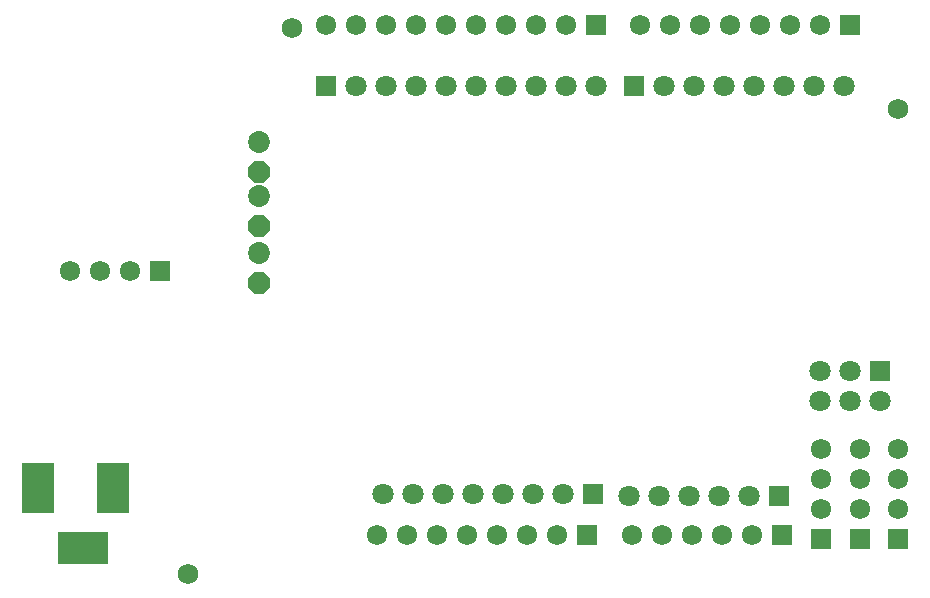
<source format=gbs>
G04*
G04 #@! TF.GenerationSoftware,Altium Limited,Altium Designer,21.2.1 (34)*
G04*
G04 Layer_Color=16711935*
%FSLAX43Y43*%
%MOMM*%
G71*
G04*
G04 #@! TF.SameCoordinates,427E456E-B420-4228-82AE-AA47295AEFF1*
G04*
G04*
G04 #@! TF.FilePolarity,Negative*
G04*
G01*
G75*
%ADD61R,4.267X2.743*%
%ADD62R,2.743X4.267*%
%ADD63R,1.803X1.803*%
%ADD64C,1.803*%
%ADD65R,1.723X1.723*%
%ADD66C,1.723*%
%ADD67P,2.007X8X112.5*%
%ADD68C,1.854*%
%ADD69R,1.723X1.723*%
%ADD70C,1.727*%
D61*
X102997Y46990D02*
D03*
D62*
X99187Y52070D02*
D03*
X105537D02*
D03*
D63*
X161925Y51435D02*
D03*
X123567Y86106D02*
D03*
X149606D02*
D03*
X170434Y61976D02*
D03*
X146177Y51562D02*
D03*
D64*
X159385Y51435D02*
D03*
X156845D02*
D03*
X154305D02*
D03*
X151765D02*
D03*
X149225D02*
D03*
X128647Y86106D02*
D03*
X146427D02*
D03*
X143887D02*
D03*
X141347D02*
D03*
X138807D02*
D03*
X136267D02*
D03*
X133727D02*
D03*
X131187D02*
D03*
X126107D02*
D03*
X152146D02*
D03*
X154686D02*
D03*
X157226D02*
D03*
X159766D02*
D03*
X162306D02*
D03*
X164846D02*
D03*
X167386D02*
D03*
X165354Y61976D02*
D03*
X167894D02*
D03*
X165354Y59436D02*
D03*
X167894D02*
D03*
X170434D02*
D03*
X128397Y51562D02*
D03*
X130937D02*
D03*
X133477D02*
D03*
X136017D02*
D03*
X138557D02*
D03*
X141097D02*
D03*
X143637D02*
D03*
D65*
X162179Y48133D02*
D03*
X167890Y91313D02*
D03*
X146431D02*
D03*
X145669Y48133D02*
D03*
X109474Y70485D02*
D03*
D66*
X159639Y48133D02*
D03*
X157099D02*
D03*
X154559D02*
D03*
X152019D02*
D03*
X149479D02*
D03*
X165350Y91313D02*
D03*
X162810D02*
D03*
X160270D02*
D03*
X157730D02*
D03*
X155190D02*
D03*
X152650D02*
D03*
X150110D02*
D03*
X143891D02*
D03*
X138811D02*
D03*
X136271D02*
D03*
X133731D02*
D03*
X131191D02*
D03*
X128651D02*
D03*
X126111D02*
D03*
X123571D02*
D03*
X141351D02*
D03*
X171958Y50292D02*
D03*
Y52832D02*
D03*
Y55372D02*
D03*
X168783D02*
D03*
Y52832D02*
D03*
Y50292D02*
D03*
X165481Y55372D02*
D03*
Y52832D02*
D03*
Y50292D02*
D03*
X143129Y48133D02*
D03*
X140589D02*
D03*
X138049D02*
D03*
X135509D02*
D03*
X132969D02*
D03*
X130429D02*
D03*
X127889D02*
D03*
X101854Y70485D02*
D03*
X104394D02*
D03*
X106934D02*
D03*
D67*
X117856Y78867D02*
D03*
Y74295D02*
D03*
Y69469D02*
D03*
D68*
Y81407D02*
D03*
Y76835D02*
D03*
Y72009D02*
D03*
D69*
X171958Y47752D02*
D03*
X168783D02*
D03*
X165481D02*
D03*
D70*
X171958Y84201D02*
D03*
X111887Y44831D02*
D03*
X120650Y91059D02*
D03*
M02*

</source>
